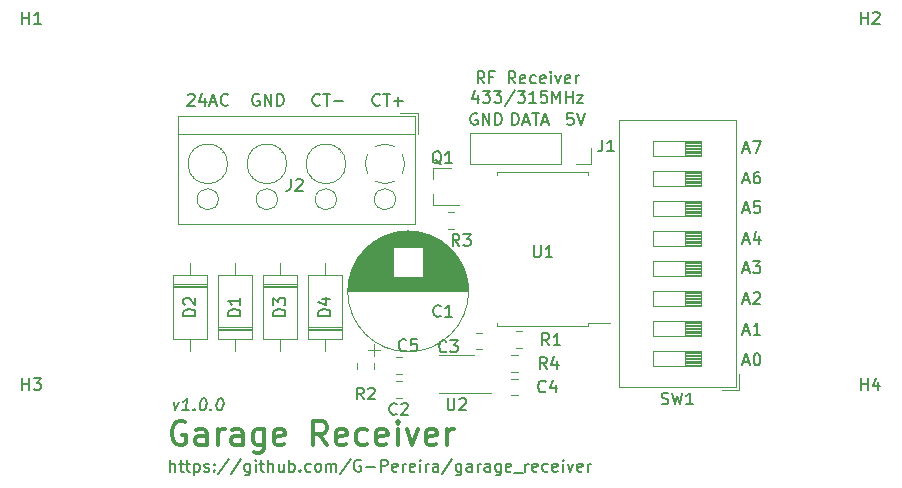
<source format=gbr>
G04 #@! TF.GenerationSoftware,KiCad,Pcbnew,5.1.2*
G04 #@! TF.CreationDate,2019-06-23T16:51:22+01:00*
G04 #@! TF.ProjectId,garage_receiver,67617261-6765-45f7-9265-636569766572,rev?*
G04 #@! TF.SameCoordinates,Original*
G04 #@! TF.FileFunction,Legend,Top*
G04 #@! TF.FilePolarity,Positive*
%FSLAX46Y46*%
G04 Gerber Fmt 4.6, Leading zero omitted, Abs format (unit mm)*
G04 Created by KiCad (PCBNEW 5.1.2) date 2019-06-23 16:51:22*
%MOMM*%
%LPD*%
G04 APERTURE LIST*
%ADD10C,0.150000*%
%ADD11C,0.300000*%
%ADD12C,0.120000*%
G04 APERTURE END LIST*
D10*
X240767714Y-93682666D02*
X241243904Y-93682666D01*
X240672476Y-93968380D02*
X241005809Y-92968380D01*
X241339142Y-93968380D01*
X242101047Y-92968380D02*
X241910571Y-92968380D01*
X241815333Y-93016000D01*
X241767714Y-93063619D01*
X241672476Y-93206476D01*
X241624857Y-93396952D01*
X241624857Y-93777904D01*
X241672476Y-93873142D01*
X241720095Y-93920761D01*
X241815333Y-93968380D01*
X242005809Y-93968380D01*
X242101047Y-93920761D01*
X242148666Y-93873142D01*
X242196285Y-93777904D01*
X242196285Y-93539809D01*
X242148666Y-93444571D01*
X242101047Y-93396952D01*
X242005809Y-93349333D01*
X241815333Y-93349333D01*
X241720095Y-93396952D01*
X241672476Y-93444571D01*
X241624857Y-93539809D01*
X240767714Y-91082666D02*
X241243904Y-91082666D01*
X240672476Y-91368380D02*
X241005809Y-90368380D01*
X241339142Y-91368380D01*
X241577238Y-90368380D02*
X242243904Y-90368380D01*
X241815333Y-91368380D01*
X240767714Y-98782666D02*
X241243904Y-98782666D01*
X240672476Y-99068380D02*
X241005809Y-98068380D01*
X241339142Y-99068380D01*
X242101047Y-98401714D02*
X242101047Y-99068380D01*
X241862952Y-98020761D02*
X241624857Y-98735047D01*
X242243904Y-98735047D01*
X240767714Y-96182666D02*
X241243904Y-96182666D01*
X240672476Y-96468380D02*
X241005809Y-95468380D01*
X241339142Y-96468380D01*
X242148666Y-95468380D02*
X241672476Y-95468380D01*
X241624857Y-95944571D01*
X241672476Y-95896952D01*
X241767714Y-95849333D01*
X242005809Y-95849333D01*
X242101047Y-95896952D01*
X242148666Y-95944571D01*
X242196285Y-96039809D01*
X242196285Y-96277904D01*
X242148666Y-96373142D01*
X242101047Y-96420761D01*
X242005809Y-96468380D01*
X241767714Y-96468380D01*
X241672476Y-96420761D01*
X241624857Y-96373142D01*
X240767714Y-103882666D02*
X241243904Y-103882666D01*
X240672476Y-104168380D02*
X241005809Y-103168380D01*
X241339142Y-104168380D01*
X241624857Y-103263619D02*
X241672476Y-103216000D01*
X241767714Y-103168380D01*
X242005809Y-103168380D01*
X242101047Y-103216000D01*
X242148666Y-103263619D01*
X242196285Y-103358857D01*
X242196285Y-103454095D01*
X242148666Y-103596952D01*
X241577238Y-104168380D01*
X242196285Y-104168380D01*
X240767714Y-101282666D02*
X241243904Y-101282666D01*
X240672476Y-101568380D02*
X241005809Y-100568380D01*
X241339142Y-101568380D01*
X241577238Y-100568380D02*
X242196285Y-100568380D01*
X241862952Y-100949333D01*
X242005809Y-100949333D01*
X242101047Y-100996952D01*
X242148666Y-101044571D01*
X242196285Y-101139809D01*
X242196285Y-101377904D01*
X242148666Y-101473142D01*
X242101047Y-101520761D01*
X242005809Y-101568380D01*
X241720095Y-101568380D01*
X241624857Y-101520761D01*
X241577238Y-101473142D01*
X240767714Y-106482666D02*
X241243904Y-106482666D01*
X240672476Y-106768380D02*
X241005809Y-105768380D01*
X241339142Y-106768380D01*
X242196285Y-106768380D02*
X241624857Y-106768380D01*
X241910571Y-106768380D02*
X241910571Y-105768380D01*
X241815333Y-105911238D01*
X241720095Y-106006476D01*
X241624857Y-106054095D01*
X240767714Y-109082666D02*
X241243904Y-109082666D01*
X240672476Y-109368380D02*
X241005809Y-108368380D01*
X241339142Y-109368380D01*
X241862952Y-108368380D02*
X241958190Y-108368380D01*
X242053428Y-108416000D01*
X242101047Y-108463619D01*
X242148666Y-108558857D01*
X242196285Y-108749333D01*
X242196285Y-108987428D01*
X242148666Y-109177904D01*
X242101047Y-109273142D01*
X242053428Y-109320761D01*
X241958190Y-109368380D01*
X241862952Y-109368380D01*
X241767714Y-109320761D01*
X241720095Y-109273142D01*
X241672476Y-109177904D01*
X241624857Y-108987428D01*
X241624857Y-108749333D01*
X241672476Y-108558857D01*
X241720095Y-108463619D01*
X241767714Y-108416000D01*
X241862952Y-108368380D01*
D11*
X193500809Y-114216000D02*
X193310333Y-114120761D01*
X193024619Y-114120761D01*
X192738904Y-114216000D01*
X192548428Y-114406476D01*
X192453190Y-114596952D01*
X192357952Y-114977904D01*
X192357952Y-115263619D01*
X192453190Y-115644571D01*
X192548428Y-115835047D01*
X192738904Y-116025523D01*
X193024619Y-116120761D01*
X193215095Y-116120761D01*
X193500809Y-116025523D01*
X193596047Y-115930285D01*
X193596047Y-115263619D01*
X193215095Y-115263619D01*
X195310333Y-116120761D02*
X195310333Y-115073142D01*
X195215095Y-114882666D01*
X195024619Y-114787428D01*
X194643666Y-114787428D01*
X194453190Y-114882666D01*
X195310333Y-116025523D02*
X195119857Y-116120761D01*
X194643666Y-116120761D01*
X194453190Y-116025523D01*
X194357952Y-115835047D01*
X194357952Y-115644571D01*
X194453190Y-115454095D01*
X194643666Y-115358857D01*
X195119857Y-115358857D01*
X195310333Y-115263619D01*
X196262714Y-116120761D02*
X196262714Y-114787428D01*
X196262714Y-115168380D02*
X196357952Y-114977904D01*
X196453190Y-114882666D01*
X196643666Y-114787428D01*
X196834142Y-114787428D01*
X198357952Y-116120761D02*
X198357952Y-115073142D01*
X198262714Y-114882666D01*
X198072238Y-114787428D01*
X197691285Y-114787428D01*
X197500809Y-114882666D01*
X198357952Y-116025523D02*
X198167476Y-116120761D01*
X197691285Y-116120761D01*
X197500809Y-116025523D01*
X197405571Y-115835047D01*
X197405571Y-115644571D01*
X197500809Y-115454095D01*
X197691285Y-115358857D01*
X198167476Y-115358857D01*
X198357952Y-115263619D01*
X200167476Y-114787428D02*
X200167476Y-116406476D01*
X200072238Y-116596952D01*
X199977000Y-116692190D01*
X199786523Y-116787428D01*
X199500809Y-116787428D01*
X199310333Y-116692190D01*
X200167476Y-116025523D02*
X199977000Y-116120761D01*
X199596047Y-116120761D01*
X199405571Y-116025523D01*
X199310333Y-115930285D01*
X199215095Y-115739809D01*
X199215095Y-115168380D01*
X199310333Y-114977904D01*
X199405571Y-114882666D01*
X199596047Y-114787428D01*
X199977000Y-114787428D01*
X200167476Y-114882666D01*
X201881761Y-116025523D02*
X201691285Y-116120761D01*
X201310333Y-116120761D01*
X201119857Y-116025523D01*
X201024619Y-115835047D01*
X201024619Y-115073142D01*
X201119857Y-114882666D01*
X201310333Y-114787428D01*
X201691285Y-114787428D01*
X201881761Y-114882666D01*
X201977000Y-115073142D01*
X201977000Y-115263619D01*
X201024619Y-115454095D01*
X205500809Y-116120761D02*
X204834142Y-115168380D01*
X204357952Y-116120761D02*
X204357952Y-114120761D01*
X205119857Y-114120761D01*
X205310333Y-114216000D01*
X205405571Y-114311238D01*
X205500809Y-114501714D01*
X205500809Y-114787428D01*
X205405571Y-114977904D01*
X205310333Y-115073142D01*
X205119857Y-115168380D01*
X204357952Y-115168380D01*
X207119857Y-116025523D02*
X206929380Y-116120761D01*
X206548428Y-116120761D01*
X206357952Y-116025523D01*
X206262714Y-115835047D01*
X206262714Y-115073142D01*
X206357952Y-114882666D01*
X206548428Y-114787428D01*
X206929380Y-114787428D01*
X207119857Y-114882666D01*
X207215095Y-115073142D01*
X207215095Y-115263619D01*
X206262714Y-115454095D01*
X208929380Y-116025523D02*
X208738904Y-116120761D01*
X208357952Y-116120761D01*
X208167476Y-116025523D01*
X208072238Y-115930285D01*
X207977000Y-115739809D01*
X207977000Y-115168380D01*
X208072238Y-114977904D01*
X208167476Y-114882666D01*
X208357952Y-114787428D01*
X208738904Y-114787428D01*
X208929380Y-114882666D01*
X210548428Y-116025523D02*
X210357952Y-116120761D01*
X209977000Y-116120761D01*
X209786523Y-116025523D01*
X209691285Y-115835047D01*
X209691285Y-115073142D01*
X209786523Y-114882666D01*
X209977000Y-114787428D01*
X210357952Y-114787428D01*
X210548428Y-114882666D01*
X210643666Y-115073142D01*
X210643666Y-115263619D01*
X209691285Y-115454095D01*
X211500809Y-116120761D02*
X211500809Y-114787428D01*
X211500809Y-114120761D02*
X211405571Y-114216000D01*
X211500809Y-114311238D01*
X211596047Y-114216000D01*
X211500809Y-114120761D01*
X211500809Y-114311238D01*
X212262714Y-114787428D02*
X212738904Y-116120761D01*
X213215095Y-114787428D01*
X214738904Y-116025523D02*
X214548428Y-116120761D01*
X214167476Y-116120761D01*
X213977000Y-116025523D01*
X213881761Y-115835047D01*
X213881761Y-115073142D01*
X213977000Y-114882666D01*
X214167476Y-114787428D01*
X214548428Y-114787428D01*
X214738904Y-114882666D01*
X214834142Y-115073142D01*
X214834142Y-115263619D01*
X213881761Y-115454095D01*
X215691285Y-116120761D02*
X215691285Y-114787428D01*
X215691285Y-115168380D02*
X215786523Y-114977904D01*
X215881761Y-114882666D01*
X216072238Y-114787428D01*
X216262714Y-114787428D01*
D10*
X192220095Y-118368380D02*
X192220095Y-117368380D01*
X192648666Y-118368380D02*
X192648666Y-117844571D01*
X192601047Y-117749333D01*
X192505809Y-117701714D01*
X192362952Y-117701714D01*
X192267714Y-117749333D01*
X192220095Y-117796952D01*
X192982000Y-117701714D02*
X193362952Y-117701714D01*
X193124857Y-117368380D02*
X193124857Y-118225523D01*
X193172476Y-118320761D01*
X193267714Y-118368380D01*
X193362952Y-118368380D01*
X193553428Y-117701714D02*
X193934380Y-117701714D01*
X193696285Y-117368380D02*
X193696285Y-118225523D01*
X193743904Y-118320761D01*
X193839142Y-118368380D01*
X193934380Y-118368380D01*
X194267714Y-117701714D02*
X194267714Y-118701714D01*
X194267714Y-117749333D02*
X194362952Y-117701714D01*
X194553428Y-117701714D01*
X194648666Y-117749333D01*
X194696285Y-117796952D01*
X194743904Y-117892190D01*
X194743904Y-118177904D01*
X194696285Y-118273142D01*
X194648666Y-118320761D01*
X194553428Y-118368380D01*
X194362952Y-118368380D01*
X194267714Y-118320761D01*
X195124857Y-118320761D02*
X195220095Y-118368380D01*
X195410571Y-118368380D01*
X195505809Y-118320761D01*
X195553428Y-118225523D01*
X195553428Y-118177904D01*
X195505809Y-118082666D01*
X195410571Y-118035047D01*
X195267714Y-118035047D01*
X195172476Y-117987428D01*
X195124857Y-117892190D01*
X195124857Y-117844571D01*
X195172476Y-117749333D01*
X195267714Y-117701714D01*
X195410571Y-117701714D01*
X195505809Y-117749333D01*
X195982000Y-118273142D02*
X196029619Y-118320761D01*
X195982000Y-118368380D01*
X195934380Y-118320761D01*
X195982000Y-118273142D01*
X195982000Y-118368380D01*
X195982000Y-117749333D02*
X196029619Y-117796952D01*
X195982000Y-117844571D01*
X195934380Y-117796952D01*
X195982000Y-117749333D01*
X195982000Y-117844571D01*
X197172476Y-117320761D02*
X196315333Y-118606476D01*
X198220095Y-117320761D02*
X197362952Y-118606476D01*
X198982000Y-117701714D02*
X198982000Y-118511238D01*
X198934380Y-118606476D01*
X198886761Y-118654095D01*
X198791523Y-118701714D01*
X198648666Y-118701714D01*
X198553428Y-118654095D01*
X198982000Y-118320761D02*
X198886761Y-118368380D01*
X198696285Y-118368380D01*
X198601047Y-118320761D01*
X198553428Y-118273142D01*
X198505809Y-118177904D01*
X198505809Y-117892190D01*
X198553428Y-117796952D01*
X198601047Y-117749333D01*
X198696285Y-117701714D01*
X198886761Y-117701714D01*
X198982000Y-117749333D01*
X199458190Y-118368380D02*
X199458190Y-117701714D01*
X199458190Y-117368380D02*
X199410571Y-117416000D01*
X199458190Y-117463619D01*
X199505809Y-117416000D01*
X199458190Y-117368380D01*
X199458190Y-117463619D01*
X199791523Y-117701714D02*
X200172476Y-117701714D01*
X199934380Y-117368380D02*
X199934380Y-118225523D01*
X199982000Y-118320761D01*
X200077238Y-118368380D01*
X200172476Y-118368380D01*
X200505809Y-118368380D02*
X200505809Y-117368380D01*
X200934380Y-118368380D02*
X200934380Y-117844571D01*
X200886761Y-117749333D01*
X200791523Y-117701714D01*
X200648666Y-117701714D01*
X200553428Y-117749333D01*
X200505809Y-117796952D01*
X201839142Y-117701714D02*
X201839142Y-118368380D01*
X201410571Y-117701714D02*
X201410571Y-118225523D01*
X201458190Y-118320761D01*
X201553428Y-118368380D01*
X201696285Y-118368380D01*
X201791523Y-118320761D01*
X201839142Y-118273142D01*
X202315333Y-118368380D02*
X202315333Y-117368380D01*
X202315333Y-117749333D02*
X202410571Y-117701714D01*
X202601047Y-117701714D01*
X202696285Y-117749333D01*
X202743904Y-117796952D01*
X202791523Y-117892190D01*
X202791523Y-118177904D01*
X202743904Y-118273142D01*
X202696285Y-118320761D01*
X202601047Y-118368380D01*
X202410571Y-118368380D01*
X202315333Y-118320761D01*
X203220095Y-118273142D02*
X203267714Y-118320761D01*
X203220095Y-118368380D01*
X203172476Y-118320761D01*
X203220095Y-118273142D01*
X203220095Y-118368380D01*
X204124857Y-118320761D02*
X204029619Y-118368380D01*
X203839142Y-118368380D01*
X203743904Y-118320761D01*
X203696285Y-118273142D01*
X203648666Y-118177904D01*
X203648666Y-117892190D01*
X203696285Y-117796952D01*
X203743904Y-117749333D01*
X203839142Y-117701714D01*
X204029619Y-117701714D01*
X204124857Y-117749333D01*
X204696285Y-118368380D02*
X204601047Y-118320761D01*
X204553428Y-118273142D01*
X204505809Y-118177904D01*
X204505809Y-117892190D01*
X204553428Y-117796952D01*
X204601047Y-117749333D01*
X204696285Y-117701714D01*
X204839142Y-117701714D01*
X204934380Y-117749333D01*
X204982000Y-117796952D01*
X205029619Y-117892190D01*
X205029619Y-118177904D01*
X204982000Y-118273142D01*
X204934380Y-118320761D01*
X204839142Y-118368380D01*
X204696285Y-118368380D01*
X205458190Y-118368380D02*
X205458190Y-117701714D01*
X205458190Y-117796952D02*
X205505809Y-117749333D01*
X205601047Y-117701714D01*
X205743904Y-117701714D01*
X205839142Y-117749333D01*
X205886761Y-117844571D01*
X205886761Y-118368380D01*
X205886761Y-117844571D02*
X205934380Y-117749333D01*
X206029619Y-117701714D01*
X206172476Y-117701714D01*
X206267714Y-117749333D01*
X206315333Y-117844571D01*
X206315333Y-118368380D01*
X207505809Y-117320761D02*
X206648666Y-118606476D01*
X208362952Y-117416000D02*
X208267714Y-117368380D01*
X208124857Y-117368380D01*
X207982000Y-117416000D01*
X207886761Y-117511238D01*
X207839142Y-117606476D01*
X207791523Y-117796952D01*
X207791523Y-117939809D01*
X207839142Y-118130285D01*
X207886761Y-118225523D01*
X207982000Y-118320761D01*
X208124857Y-118368380D01*
X208220095Y-118368380D01*
X208362952Y-118320761D01*
X208410571Y-118273142D01*
X208410571Y-117939809D01*
X208220095Y-117939809D01*
X208839142Y-117987428D02*
X209601047Y-117987428D01*
X210077238Y-118368380D02*
X210077238Y-117368380D01*
X210458190Y-117368380D01*
X210553428Y-117416000D01*
X210601047Y-117463619D01*
X210648666Y-117558857D01*
X210648666Y-117701714D01*
X210601047Y-117796952D01*
X210553428Y-117844571D01*
X210458190Y-117892190D01*
X210077238Y-117892190D01*
X211458190Y-118320761D02*
X211362952Y-118368380D01*
X211172476Y-118368380D01*
X211077238Y-118320761D01*
X211029619Y-118225523D01*
X211029619Y-117844571D01*
X211077238Y-117749333D01*
X211172476Y-117701714D01*
X211362952Y-117701714D01*
X211458190Y-117749333D01*
X211505809Y-117844571D01*
X211505809Y-117939809D01*
X211029619Y-118035047D01*
X211934380Y-118368380D02*
X211934380Y-117701714D01*
X211934380Y-117892190D02*
X211982000Y-117796952D01*
X212029619Y-117749333D01*
X212124857Y-117701714D01*
X212220095Y-117701714D01*
X212934380Y-118320761D02*
X212839142Y-118368380D01*
X212648666Y-118368380D01*
X212553428Y-118320761D01*
X212505809Y-118225523D01*
X212505809Y-117844571D01*
X212553428Y-117749333D01*
X212648666Y-117701714D01*
X212839142Y-117701714D01*
X212934380Y-117749333D01*
X212982000Y-117844571D01*
X212982000Y-117939809D01*
X212505809Y-118035047D01*
X213410571Y-118368380D02*
X213410571Y-117701714D01*
X213410571Y-117368380D02*
X213362952Y-117416000D01*
X213410571Y-117463619D01*
X213458190Y-117416000D01*
X213410571Y-117368380D01*
X213410571Y-117463619D01*
X213886761Y-118368380D02*
X213886761Y-117701714D01*
X213886761Y-117892190D02*
X213934380Y-117796952D01*
X213982000Y-117749333D01*
X214077238Y-117701714D01*
X214172476Y-117701714D01*
X214934380Y-118368380D02*
X214934380Y-117844571D01*
X214886761Y-117749333D01*
X214791523Y-117701714D01*
X214601047Y-117701714D01*
X214505809Y-117749333D01*
X214934380Y-118320761D02*
X214839142Y-118368380D01*
X214601047Y-118368380D01*
X214505809Y-118320761D01*
X214458190Y-118225523D01*
X214458190Y-118130285D01*
X214505809Y-118035047D01*
X214601047Y-117987428D01*
X214839142Y-117987428D01*
X214934380Y-117939809D01*
X216124857Y-117320761D02*
X215267714Y-118606476D01*
X216886761Y-117701714D02*
X216886761Y-118511238D01*
X216839142Y-118606476D01*
X216791523Y-118654095D01*
X216696285Y-118701714D01*
X216553428Y-118701714D01*
X216458190Y-118654095D01*
X216886761Y-118320761D02*
X216791523Y-118368380D01*
X216601047Y-118368380D01*
X216505809Y-118320761D01*
X216458190Y-118273142D01*
X216410571Y-118177904D01*
X216410571Y-117892190D01*
X216458190Y-117796952D01*
X216505809Y-117749333D01*
X216601047Y-117701714D01*
X216791523Y-117701714D01*
X216886761Y-117749333D01*
X217791523Y-118368380D02*
X217791523Y-117844571D01*
X217743904Y-117749333D01*
X217648666Y-117701714D01*
X217458190Y-117701714D01*
X217362952Y-117749333D01*
X217791523Y-118320761D02*
X217696285Y-118368380D01*
X217458190Y-118368380D01*
X217362952Y-118320761D01*
X217315333Y-118225523D01*
X217315333Y-118130285D01*
X217362952Y-118035047D01*
X217458190Y-117987428D01*
X217696285Y-117987428D01*
X217791523Y-117939809D01*
X218267714Y-118368380D02*
X218267714Y-117701714D01*
X218267714Y-117892190D02*
X218315333Y-117796952D01*
X218362952Y-117749333D01*
X218458190Y-117701714D01*
X218553428Y-117701714D01*
X219315333Y-118368380D02*
X219315333Y-117844571D01*
X219267714Y-117749333D01*
X219172476Y-117701714D01*
X218982000Y-117701714D01*
X218886761Y-117749333D01*
X219315333Y-118320761D02*
X219220095Y-118368380D01*
X218982000Y-118368380D01*
X218886761Y-118320761D01*
X218839142Y-118225523D01*
X218839142Y-118130285D01*
X218886761Y-118035047D01*
X218982000Y-117987428D01*
X219220095Y-117987428D01*
X219315333Y-117939809D01*
X220220095Y-117701714D02*
X220220095Y-118511238D01*
X220172476Y-118606476D01*
X220124857Y-118654095D01*
X220029619Y-118701714D01*
X219886761Y-118701714D01*
X219791523Y-118654095D01*
X220220095Y-118320761D02*
X220124857Y-118368380D01*
X219934380Y-118368380D01*
X219839142Y-118320761D01*
X219791523Y-118273142D01*
X219743904Y-118177904D01*
X219743904Y-117892190D01*
X219791523Y-117796952D01*
X219839142Y-117749333D01*
X219934380Y-117701714D01*
X220124857Y-117701714D01*
X220220095Y-117749333D01*
X221077238Y-118320761D02*
X220982000Y-118368380D01*
X220791523Y-118368380D01*
X220696285Y-118320761D01*
X220648666Y-118225523D01*
X220648666Y-117844571D01*
X220696285Y-117749333D01*
X220791523Y-117701714D01*
X220982000Y-117701714D01*
X221077238Y-117749333D01*
X221124857Y-117844571D01*
X221124857Y-117939809D01*
X220648666Y-118035047D01*
X221315333Y-118463619D02*
X222077238Y-118463619D01*
X222315333Y-118368380D02*
X222315333Y-117701714D01*
X222315333Y-117892190D02*
X222362952Y-117796952D01*
X222410571Y-117749333D01*
X222505809Y-117701714D01*
X222601047Y-117701714D01*
X223315333Y-118320761D02*
X223220095Y-118368380D01*
X223029619Y-118368380D01*
X222934380Y-118320761D01*
X222886761Y-118225523D01*
X222886761Y-117844571D01*
X222934380Y-117749333D01*
X223029619Y-117701714D01*
X223220095Y-117701714D01*
X223315333Y-117749333D01*
X223362952Y-117844571D01*
X223362952Y-117939809D01*
X222886761Y-118035047D01*
X224220095Y-118320761D02*
X224124857Y-118368380D01*
X223934380Y-118368380D01*
X223839142Y-118320761D01*
X223791523Y-118273142D01*
X223743904Y-118177904D01*
X223743904Y-117892190D01*
X223791523Y-117796952D01*
X223839142Y-117749333D01*
X223934380Y-117701714D01*
X224124857Y-117701714D01*
X224220095Y-117749333D01*
X225029619Y-118320761D02*
X224934380Y-118368380D01*
X224743904Y-118368380D01*
X224648666Y-118320761D01*
X224601047Y-118225523D01*
X224601047Y-117844571D01*
X224648666Y-117749333D01*
X224743904Y-117701714D01*
X224934380Y-117701714D01*
X225029619Y-117749333D01*
X225077238Y-117844571D01*
X225077238Y-117939809D01*
X224601047Y-118035047D01*
X225505809Y-118368380D02*
X225505809Y-117701714D01*
X225505809Y-117368380D02*
X225458190Y-117416000D01*
X225505809Y-117463619D01*
X225553428Y-117416000D01*
X225505809Y-117368380D01*
X225505809Y-117463619D01*
X225886761Y-117701714D02*
X226124857Y-118368380D01*
X226362952Y-117701714D01*
X227124857Y-118320761D02*
X227029619Y-118368380D01*
X226839142Y-118368380D01*
X226743904Y-118320761D01*
X226696285Y-118225523D01*
X226696285Y-117844571D01*
X226743904Y-117749333D01*
X226839142Y-117701714D01*
X227029619Y-117701714D01*
X227124857Y-117749333D01*
X227172476Y-117844571D01*
X227172476Y-117939809D01*
X226696285Y-118035047D01*
X227601047Y-118368380D02*
X227601047Y-117701714D01*
X227601047Y-117892190D02*
X227648666Y-117796952D01*
X227696285Y-117749333D01*
X227791523Y-117701714D01*
X227886761Y-117701714D01*
X226341523Y-88018380D02*
X225865333Y-88018380D01*
X225817714Y-88494571D01*
X225865333Y-88446952D01*
X225960571Y-88399333D01*
X226198666Y-88399333D01*
X226293904Y-88446952D01*
X226341523Y-88494571D01*
X226389142Y-88589809D01*
X226389142Y-88827904D01*
X226341523Y-88923142D01*
X226293904Y-88970761D01*
X226198666Y-89018380D01*
X225960571Y-89018380D01*
X225865333Y-88970761D01*
X225817714Y-88923142D01*
X226674857Y-88018380D02*
X227008190Y-89018380D01*
X227341523Y-88018380D01*
X221182000Y-89018380D02*
X221182000Y-88018380D01*
X221420095Y-88018380D01*
X221562952Y-88066000D01*
X221658190Y-88161238D01*
X221705809Y-88256476D01*
X221753428Y-88446952D01*
X221753428Y-88589809D01*
X221705809Y-88780285D01*
X221658190Y-88875523D01*
X221562952Y-88970761D01*
X221420095Y-89018380D01*
X221182000Y-89018380D01*
X222134380Y-88732666D02*
X222610571Y-88732666D01*
X222039142Y-89018380D02*
X222372476Y-88018380D01*
X222705809Y-89018380D01*
X222896285Y-88018380D02*
X223467714Y-88018380D01*
X223182000Y-89018380D02*
X223182000Y-88018380D01*
X223753428Y-88732666D02*
X224229619Y-88732666D01*
X223658190Y-89018380D02*
X223991523Y-88018380D01*
X224324857Y-89018380D01*
X218220095Y-88066000D02*
X218124857Y-88018380D01*
X217982000Y-88018380D01*
X217839142Y-88066000D01*
X217743904Y-88161238D01*
X217696285Y-88256476D01*
X217648666Y-88446952D01*
X217648666Y-88589809D01*
X217696285Y-88780285D01*
X217743904Y-88875523D01*
X217839142Y-88970761D01*
X217982000Y-89018380D01*
X218077238Y-89018380D01*
X218220095Y-88970761D01*
X218267714Y-88923142D01*
X218267714Y-88589809D01*
X218077238Y-88589809D01*
X218696285Y-89018380D02*
X218696285Y-88018380D01*
X219267714Y-89018380D01*
X219267714Y-88018380D01*
X219743904Y-89018380D02*
X219743904Y-88018380D01*
X219982000Y-88018380D01*
X220124857Y-88066000D01*
X220220095Y-88161238D01*
X220267714Y-88256476D01*
X220315333Y-88446952D01*
X220315333Y-88589809D01*
X220267714Y-88780285D01*
X220220095Y-88875523D01*
X220124857Y-88970761D01*
X219982000Y-89018380D01*
X219743904Y-89018380D01*
X218839142Y-85493380D02*
X218505809Y-85017190D01*
X218267714Y-85493380D02*
X218267714Y-84493380D01*
X218648666Y-84493380D01*
X218743904Y-84541000D01*
X218791523Y-84588619D01*
X218839142Y-84683857D01*
X218839142Y-84826714D01*
X218791523Y-84921952D01*
X218743904Y-84969571D01*
X218648666Y-85017190D01*
X218267714Y-85017190D01*
X219601047Y-84969571D02*
X219267714Y-84969571D01*
X219267714Y-85493380D02*
X219267714Y-84493380D01*
X219743904Y-84493380D01*
X221458190Y-85493380D02*
X221124857Y-85017190D01*
X220886761Y-85493380D02*
X220886761Y-84493380D01*
X221267714Y-84493380D01*
X221362952Y-84541000D01*
X221410571Y-84588619D01*
X221458190Y-84683857D01*
X221458190Y-84826714D01*
X221410571Y-84921952D01*
X221362952Y-84969571D01*
X221267714Y-85017190D01*
X220886761Y-85017190D01*
X222267714Y-85445761D02*
X222172476Y-85493380D01*
X221982000Y-85493380D01*
X221886761Y-85445761D01*
X221839142Y-85350523D01*
X221839142Y-84969571D01*
X221886761Y-84874333D01*
X221982000Y-84826714D01*
X222172476Y-84826714D01*
X222267714Y-84874333D01*
X222315333Y-84969571D01*
X222315333Y-85064809D01*
X221839142Y-85160047D01*
X223172476Y-85445761D02*
X223077238Y-85493380D01*
X222886761Y-85493380D01*
X222791523Y-85445761D01*
X222743904Y-85398142D01*
X222696285Y-85302904D01*
X222696285Y-85017190D01*
X222743904Y-84921952D01*
X222791523Y-84874333D01*
X222886761Y-84826714D01*
X223077238Y-84826714D01*
X223172476Y-84874333D01*
X223982000Y-85445761D02*
X223886761Y-85493380D01*
X223696285Y-85493380D01*
X223601047Y-85445761D01*
X223553428Y-85350523D01*
X223553428Y-84969571D01*
X223601047Y-84874333D01*
X223696285Y-84826714D01*
X223886761Y-84826714D01*
X223982000Y-84874333D01*
X224029619Y-84969571D01*
X224029619Y-85064809D01*
X223553428Y-85160047D01*
X224458190Y-85493380D02*
X224458190Y-84826714D01*
X224458190Y-84493380D02*
X224410571Y-84541000D01*
X224458190Y-84588619D01*
X224505809Y-84541000D01*
X224458190Y-84493380D01*
X224458190Y-84588619D01*
X224839142Y-84826714D02*
X225077238Y-85493380D01*
X225315333Y-84826714D01*
X226077238Y-85445761D02*
X225982000Y-85493380D01*
X225791523Y-85493380D01*
X225696285Y-85445761D01*
X225648666Y-85350523D01*
X225648666Y-84969571D01*
X225696285Y-84874333D01*
X225791523Y-84826714D01*
X225982000Y-84826714D01*
X226077238Y-84874333D01*
X226124857Y-84969571D01*
X226124857Y-85064809D01*
X225648666Y-85160047D01*
X226553428Y-85493380D02*
X226553428Y-84826714D01*
X226553428Y-85017190D02*
X226601047Y-84921952D01*
X226648666Y-84874333D01*
X226743904Y-84826714D01*
X226839142Y-84826714D01*
X218267714Y-86476714D02*
X218267714Y-87143380D01*
X218029619Y-86095761D02*
X217791523Y-86810047D01*
X218410571Y-86810047D01*
X218696285Y-86143380D02*
X219315333Y-86143380D01*
X218982000Y-86524333D01*
X219124857Y-86524333D01*
X219220095Y-86571952D01*
X219267714Y-86619571D01*
X219315333Y-86714809D01*
X219315333Y-86952904D01*
X219267714Y-87048142D01*
X219220095Y-87095761D01*
X219124857Y-87143380D01*
X218839142Y-87143380D01*
X218743904Y-87095761D01*
X218696285Y-87048142D01*
X219648666Y-86143380D02*
X220267714Y-86143380D01*
X219934380Y-86524333D01*
X220077238Y-86524333D01*
X220172476Y-86571952D01*
X220220095Y-86619571D01*
X220267714Y-86714809D01*
X220267714Y-86952904D01*
X220220095Y-87048142D01*
X220172476Y-87095761D01*
X220077238Y-87143380D01*
X219791523Y-87143380D01*
X219696285Y-87095761D01*
X219648666Y-87048142D01*
X221410571Y-86095761D02*
X220553428Y-87381476D01*
X221648666Y-86143380D02*
X222267714Y-86143380D01*
X221934380Y-86524333D01*
X222077238Y-86524333D01*
X222172476Y-86571952D01*
X222220095Y-86619571D01*
X222267714Y-86714809D01*
X222267714Y-86952904D01*
X222220095Y-87048142D01*
X222172476Y-87095761D01*
X222077238Y-87143380D01*
X221791523Y-87143380D01*
X221696285Y-87095761D01*
X221648666Y-87048142D01*
X223220095Y-87143380D02*
X222648666Y-87143380D01*
X222934380Y-87143380D02*
X222934380Y-86143380D01*
X222839142Y-86286238D01*
X222743904Y-86381476D01*
X222648666Y-86429095D01*
X224124857Y-86143380D02*
X223648666Y-86143380D01*
X223601047Y-86619571D01*
X223648666Y-86571952D01*
X223743904Y-86524333D01*
X223982000Y-86524333D01*
X224077238Y-86571952D01*
X224124857Y-86619571D01*
X224172476Y-86714809D01*
X224172476Y-86952904D01*
X224124857Y-87048142D01*
X224077238Y-87095761D01*
X223982000Y-87143380D01*
X223743904Y-87143380D01*
X223648666Y-87095761D01*
X223601047Y-87048142D01*
X224601047Y-87143380D02*
X224601047Y-86143380D01*
X224934380Y-86857666D01*
X225267714Y-86143380D01*
X225267714Y-87143380D01*
X225743904Y-87143380D02*
X225743904Y-86143380D01*
X225743904Y-86619571D02*
X226315333Y-86619571D01*
X226315333Y-87143380D02*
X226315333Y-86143380D01*
X226696285Y-86476714D02*
X227220095Y-86476714D01*
X226696285Y-87143380D01*
X227220095Y-87143380D01*
X192522491Y-112501714D02*
X192677252Y-113168380D01*
X192998681Y-112501714D01*
X193820110Y-113168380D02*
X193248681Y-113168380D01*
X193534395Y-113168380D02*
X193659395Y-112168380D01*
X193546300Y-112311238D01*
X193439157Y-112406476D01*
X193337967Y-112454095D01*
X194260586Y-113073142D02*
X194302252Y-113120761D01*
X194248681Y-113168380D01*
X194207014Y-113120761D01*
X194260586Y-113073142D01*
X194248681Y-113168380D01*
X195040348Y-112168380D02*
X195135586Y-112168380D01*
X195224872Y-112216000D01*
X195266538Y-112263619D01*
X195302252Y-112358857D01*
X195326062Y-112549333D01*
X195296300Y-112787428D01*
X195224872Y-112977904D01*
X195165348Y-113073142D01*
X195111776Y-113120761D01*
X195010586Y-113168380D01*
X194915348Y-113168380D01*
X194826062Y-113120761D01*
X194784395Y-113073142D01*
X194748681Y-112977904D01*
X194724872Y-112787428D01*
X194754633Y-112549333D01*
X194826062Y-112358857D01*
X194885586Y-112263619D01*
X194939157Y-112216000D01*
X195040348Y-112168380D01*
X195689157Y-113073142D02*
X195730824Y-113120761D01*
X195677252Y-113168380D01*
X195635586Y-113120761D01*
X195689157Y-113073142D01*
X195677252Y-113168380D01*
X196468919Y-112168380D02*
X196564157Y-112168380D01*
X196653443Y-112216000D01*
X196695110Y-112263619D01*
X196730824Y-112358857D01*
X196754633Y-112549333D01*
X196724872Y-112787428D01*
X196653443Y-112977904D01*
X196593919Y-113073142D01*
X196540348Y-113120761D01*
X196439157Y-113168380D01*
X196343919Y-113168380D01*
X196254633Y-113120761D01*
X196212967Y-113073142D01*
X196177252Y-112977904D01*
X196153443Y-112787428D01*
X196183205Y-112549333D01*
X196254633Y-112358857D01*
X196314157Y-112263619D01*
X196367729Y-112216000D01*
X196468919Y-112168380D01*
X209981523Y-87293142D02*
X209933904Y-87340761D01*
X209791047Y-87388380D01*
X209695809Y-87388380D01*
X209552952Y-87340761D01*
X209457714Y-87245523D01*
X209410095Y-87150285D01*
X209362476Y-86959809D01*
X209362476Y-86816952D01*
X209410095Y-86626476D01*
X209457714Y-86531238D01*
X209552952Y-86436000D01*
X209695809Y-86388380D01*
X209791047Y-86388380D01*
X209933904Y-86436000D01*
X209981523Y-86483619D01*
X210267238Y-86388380D02*
X210838666Y-86388380D01*
X210552952Y-87388380D02*
X210552952Y-86388380D01*
X211172000Y-87007428D02*
X211933904Y-87007428D01*
X211552952Y-87388380D02*
X211552952Y-86626476D01*
X204901523Y-87293142D02*
X204853904Y-87340761D01*
X204711047Y-87388380D01*
X204615809Y-87388380D01*
X204472952Y-87340761D01*
X204377714Y-87245523D01*
X204330095Y-87150285D01*
X204282476Y-86959809D01*
X204282476Y-86816952D01*
X204330095Y-86626476D01*
X204377714Y-86531238D01*
X204472952Y-86436000D01*
X204615809Y-86388380D01*
X204711047Y-86388380D01*
X204853904Y-86436000D01*
X204901523Y-86483619D01*
X205187238Y-86388380D02*
X205758666Y-86388380D01*
X205472952Y-87388380D02*
X205472952Y-86388380D01*
X206092000Y-87007428D02*
X206853904Y-87007428D01*
X193741523Y-86483619D02*
X193789142Y-86436000D01*
X193884380Y-86388380D01*
X194122476Y-86388380D01*
X194217714Y-86436000D01*
X194265333Y-86483619D01*
X194312952Y-86578857D01*
X194312952Y-86674095D01*
X194265333Y-86816952D01*
X193693904Y-87388380D01*
X194312952Y-87388380D01*
X195170095Y-86721714D02*
X195170095Y-87388380D01*
X194932000Y-86340761D02*
X194693904Y-87055047D01*
X195312952Y-87055047D01*
X195646285Y-87102666D02*
X196122476Y-87102666D01*
X195551047Y-87388380D02*
X195884380Y-86388380D01*
X196217714Y-87388380D01*
X197122476Y-87293142D02*
X197074857Y-87340761D01*
X196932000Y-87388380D01*
X196836761Y-87388380D01*
X196693904Y-87340761D01*
X196598666Y-87245523D01*
X196551047Y-87150285D01*
X196503428Y-86959809D01*
X196503428Y-86816952D01*
X196551047Y-86626476D01*
X196598666Y-86531238D01*
X196693904Y-86436000D01*
X196836761Y-86388380D01*
X196932000Y-86388380D01*
X197074857Y-86436000D01*
X197122476Y-86483619D01*
X199750095Y-86436000D02*
X199654857Y-86388380D01*
X199512000Y-86388380D01*
X199369142Y-86436000D01*
X199273904Y-86531238D01*
X199226285Y-86626476D01*
X199178666Y-86816952D01*
X199178666Y-86959809D01*
X199226285Y-87150285D01*
X199273904Y-87245523D01*
X199369142Y-87340761D01*
X199512000Y-87388380D01*
X199607238Y-87388380D01*
X199750095Y-87340761D01*
X199797714Y-87293142D01*
X199797714Y-86959809D01*
X199607238Y-86959809D01*
X200226285Y-87388380D02*
X200226285Y-86388380D01*
X200797714Y-87388380D01*
X200797714Y-86388380D01*
X201273904Y-87388380D02*
X201273904Y-86388380D01*
X201512000Y-86388380D01*
X201654857Y-86436000D01*
X201750095Y-86531238D01*
X201797714Y-86626476D01*
X201845333Y-86816952D01*
X201845333Y-86959809D01*
X201797714Y-87150285D01*
X201750095Y-87245523D01*
X201654857Y-87340761D01*
X201512000Y-87388380D01*
X201273904Y-87388380D01*
D12*
X216482000Y-111726000D02*
X219357000Y-111726000D01*
X216482000Y-111726000D02*
X214982000Y-111726000D01*
X216482000Y-108506000D02*
X217982000Y-108506000D01*
X216482000Y-108506000D02*
X214982000Y-108506000D01*
X214522000Y-92636000D02*
X215982000Y-92636000D01*
X214522000Y-95796000D02*
X216682000Y-95796000D01*
X214522000Y-95796000D02*
X214522000Y-94866000D01*
X214522000Y-92636000D02*
X214522000Y-93566000D01*
X213218000Y-88016000D02*
X211718000Y-88016000D01*
X213218000Y-89756000D02*
X213218000Y-88016000D01*
X196598000Y-91340000D02*
X196692000Y-91247000D01*
X194348000Y-93591000D02*
X194407000Y-93532000D01*
X196428000Y-91100000D02*
X196487000Y-91042000D01*
X194143000Y-93385000D02*
X194237000Y-93292000D01*
X201598000Y-91340000D02*
X201692000Y-91247000D01*
X199348000Y-93591000D02*
X199407000Y-93532000D01*
X201428000Y-91100000D02*
X201487000Y-91042000D01*
X199143000Y-93385000D02*
X199237000Y-93292000D01*
X206598000Y-91340000D02*
X206692000Y-91247000D01*
X204348000Y-93591000D02*
X204407000Y-93532000D01*
X206428000Y-91100000D02*
X206487000Y-91042000D01*
X204143000Y-93385000D02*
X204237000Y-93292000D01*
X192857000Y-97376000D02*
X192857000Y-88256000D01*
X212978000Y-97376000D02*
X212978000Y-88256000D01*
X212978000Y-88256000D02*
X192857000Y-88256000D01*
X212978000Y-97376000D02*
X192857000Y-97376000D01*
X212978000Y-89816000D02*
X192857000Y-89816000D01*
X196318000Y-95316000D02*
G75*
G03X196318000Y-95316000I-900000J0D01*
G01*
X197098000Y-92316000D02*
G75*
G03X197098000Y-92316000I-1680000J0D01*
G01*
X201318000Y-95316000D02*
G75*
G03X201318000Y-95316000I-900000J0D01*
G01*
X202098000Y-92316000D02*
G75*
G03X202098000Y-92316000I-1680000J0D01*
G01*
X206318000Y-95316000D02*
G75*
G03X206318000Y-95316000I-900000J0D01*
G01*
X207098000Y-92316000D02*
G75*
G03X207098000Y-92316000I-1680000J0D01*
G01*
X211318000Y-95316000D02*
G75*
G03X211318000Y-95316000I-900000J0D01*
G01*
X210388617Y-90635550D02*
G75*
G02X211207000Y-90832000I29383J-1680450D01*
G01*
X211901953Y-91526912D02*
G75*
G02X211902000Y-93105000I-1483953J-789088D01*
G01*
X211207088Y-93799953D02*
G75*
G02X209629000Y-93800000I-789088J1483953D01*
G01*
X208934047Y-93105088D02*
G75*
G02X208934000Y-91527000I1483953J789088D01*
G01*
X209629288Y-90832648D02*
G75*
G02X210418000Y-90636000I788712J-1483352D01*
G01*
X221123422Y-108506000D02*
X221640578Y-108506000D01*
X221123422Y-109926000D02*
X221640578Y-109926000D01*
X222040578Y-107926000D02*
X221523422Y-107926000D01*
X222040578Y-106506000D02*
X221523422Y-106506000D01*
X211840578Y-108706000D02*
X211323422Y-108706000D01*
X211840578Y-110126000D02*
X211323422Y-110126000D01*
X221123422Y-111926000D02*
X221640578Y-111926000D01*
X221123422Y-110506000D02*
X221640578Y-110506000D01*
X218085922Y-106606000D02*
X218603078Y-106606000D01*
X218085922Y-108026000D02*
X218603078Y-108026000D01*
X211323422Y-112126000D02*
X211840578Y-112126000D01*
X211323422Y-110706000D02*
X211840578Y-110706000D01*
X203868000Y-106394000D02*
X206808000Y-106394000D01*
X203868000Y-106154000D02*
X206808000Y-106154000D01*
X203868000Y-106274000D02*
X206808000Y-106274000D01*
X205338000Y-100714000D02*
X205338000Y-101734000D01*
X205338000Y-108194000D02*
X205338000Y-107174000D01*
X203868000Y-101734000D02*
X203868000Y-107174000D01*
X206808000Y-101734000D02*
X203868000Y-101734000D01*
X206808000Y-107174000D02*
X206808000Y-101734000D01*
X203868000Y-107174000D02*
X206808000Y-107174000D01*
X227642000Y-105791000D02*
X229457000Y-105791000D01*
X227642000Y-106026000D02*
X227642000Y-105791000D01*
X223782000Y-106026000D02*
X227642000Y-106026000D01*
X219922000Y-106026000D02*
X219922000Y-105791000D01*
X223782000Y-106026000D02*
X219922000Y-106026000D01*
X227642000Y-93006000D02*
X227642000Y-93241000D01*
X223782000Y-93006000D02*
X227642000Y-93006000D01*
X219922000Y-93006000D02*
X219922000Y-93241000D01*
X223782000Y-93006000D02*
X219922000Y-93006000D01*
X217502000Y-103116000D02*
G75*
G03X217502000Y-103116000I-5120000J0D01*
G01*
X207302000Y-103116000D02*
X217462000Y-103116000D01*
X207302000Y-103076000D02*
X217462000Y-103076000D01*
X207302000Y-103036000D02*
X217462000Y-103036000D01*
X207303000Y-102996000D02*
X217461000Y-102996000D01*
X207304000Y-102956000D02*
X217460000Y-102956000D01*
X207305000Y-102916000D02*
X217459000Y-102916000D01*
X207307000Y-102876000D02*
X217457000Y-102876000D01*
X207309000Y-102836000D02*
X217455000Y-102836000D01*
X207312000Y-102796000D02*
X217452000Y-102796000D01*
X207314000Y-102756000D02*
X217450000Y-102756000D01*
X207317000Y-102716000D02*
X217447000Y-102716000D01*
X207320000Y-102676000D02*
X217444000Y-102676000D01*
X207324000Y-102636000D02*
X217440000Y-102636000D01*
X207328000Y-102596000D02*
X217436000Y-102596000D01*
X207332000Y-102556000D02*
X217432000Y-102556000D01*
X207337000Y-102516000D02*
X217427000Y-102516000D01*
X207342000Y-102476000D02*
X217422000Y-102476000D01*
X207347000Y-102436000D02*
X217417000Y-102436000D01*
X207352000Y-102395000D02*
X217412000Y-102395000D01*
X207358000Y-102355000D02*
X217406000Y-102355000D01*
X207364000Y-102315000D02*
X217400000Y-102315000D01*
X207371000Y-102275000D02*
X217393000Y-102275000D01*
X207378000Y-102235000D02*
X217386000Y-102235000D01*
X207385000Y-102195000D02*
X217379000Y-102195000D01*
X207392000Y-102155000D02*
X217372000Y-102155000D01*
X207400000Y-102115000D02*
X217364000Y-102115000D01*
X207408000Y-102075000D02*
X217356000Y-102075000D01*
X207417000Y-102035000D02*
X217347000Y-102035000D01*
X207426000Y-101995000D02*
X217338000Y-101995000D01*
X207435000Y-101955000D02*
X217329000Y-101955000D01*
X207444000Y-101915000D02*
X217320000Y-101915000D01*
X207454000Y-101875000D02*
X217310000Y-101875000D01*
X207464000Y-101835000D02*
X211141000Y-101835000D01*
X213623000Y-101835000D02*
X217300000Y-101835000D01*
X207475000Y-101795000D02*
X211141000Y-101795000D01*
X213623000Y-101795000D02*
X217289000Y-101795000D01*
X207485000Y-101755000D02*
X211141000Y-101755000D01*
X213623000Y-101755000D02*
X217279000Y-101755000D01*
X207497000Y-101715000D02*
X211141000Y-101715000D01*
X213623000Y-101715000D02*
X217267000Y-101715000D01*
X207508000Y-101675000D02*
X211141000Y-101675000D01*
X213623000Y-101675000D02*
X217256000Y-101675000D01*
X207520000Y-101635000D02*
X211141000Y-101635000D01*
X213623000Y-101635000D02*
X217244000Y-101635000D01*
X207532000Y-101595000D02*
X211141000Y-101595000D01*
X213623000Y-101595000D02*
X217232000Y-101595000D01*
X207545000Y-101555000D02*
X211141000Y-101555000D01*
X213623000Y-101555000D02*
X217219000Y-101555000D01*
X207558000Y-101515000D02*
X211141000Y-101515000D01*
X213623000Y-101515000D02*
X217206000Y-101515000D01*
X207571000Y-101475000D02*
X211141000Y-101475000D01*
X213623000Y-101475000D02*
X217193000Y-101475000D01*
X207585000Y-101435000D02*
X211141000Y-101435000D01*
X213623000Y-101435000D02*
X217179000Y-101435000D01*
X207599000Y-101395000D02*
X211141000Y-101395000D01*
X213623000Y-101395000D02*
X217165000Y-101395000D01*
X207614000Y-101355000D02*
X211141000Y-101355000D01*
X213623000Y-101355000D02*
X217150000Y-101355000D01*
X207628000Y-101315000D02*
X211141000Y-101315000D01*
X213623000Y-101315000D02*
X217136000Y-101315000D01*
X207644000Y-101275000D02*
X211141000Y-101275000D01*
X213623000Y-101275000D02*
X217120000Y-101275000D01*
X207659000Y-101235000D02*
X211141000Y-101235000D01*
X213623000Y-101235000D02*
X217105000Y-101235000D01*
X207675000Y-101195000D02*
X211141000Y-101195000D01*
X213623000Y-101195000D02*
X217089000Y-101195000D01*
X207692000Y-101155000D02*
X211141000Y-101155000D01*
X213623000Y-101155000D02*
X217072000Y-101155000D01*
X207708000Y-101115000D02*
X211141000Y-101115000D01*
X213623000Y-101115000D02*
X217056000Y-101115000D01*
X207725000Y-101075000D02*
X211141000Y-101075000D01*
X213623000Y-101075000D02*
X217039000Y-101075000D01*
X207743000Y-101035000D02*
X211141000Y-101035000D01*
X213623000Y-101035000D02*
X217021000Y-101035000D01*
X207761000Y-100995000D02*
X211141000Y-100995000D01*
X213623000Y-100995000D02*
X217003000Y-100995000D01*
X207779000Y-100955000D02*
X211141000Y-100955000D01*
X213623000Y-100955000D02*
X216985000Y-100955000D01*
X207798000Y-100915000D02*
X211141000Y-100915000D01*
X213623000Y-100915000D02*
X216966000Y-100915000D01*
X207818000Y-100875000D02*
X211141000Y-100875000D01*
X213623000Y-100875000D02*
X216946000Y-100875000D01*
X207837000Y-100835000D02*
X211141000Y-100835000D01*
X213623000Y-100835000D02*
X216927000Y-100835000D01*
X207857000Y-100795000D02*
X211141000Y-100795000D01*
X213623000Y-100795000D02*
X216907000Y-100795000D01*
X207878000Y-100755000D02*
X211141000Y-100755000D01*
X213623000Y-100755000D02*
X216886000Y-100755000D01*
X207899000Y-100715000D02*
X211141000Y-100715000D01*
X213623000Y-100715000D02*
X216865000Y-100715000D01*
X207920000Y-100675000D02*
X211141000Y-100675000D01*
X213623000Y-100675000D02*
X216844000Y-100675000D01*
X207942000Y-100635000D02*
X211141000Y-100635000D01*
X213623000Y-100635000D02*
X216822000Y-100635000D01*
X207965000Y-100595000D02*
X211141000Y-100595000D01*
X213623000Y-100595000D02*
X216799000Y-100595000D01*
X207987000Y-100555000D02*
X211141000Y-100555000D01*
X213623000Y-100555000D02*
X216777000Y-100555000D01*
X208011000Y-100515000D02*
X211141000Y-100515000D01*
X213623000Y-100515000D02*
X216753000Y-100515000D01*
X208035000Y-100475000D02*
X211141000Y-100475000D01*
X213623000Y-100475000D02*
X216729000Y-100475000D01*
X208059000Y-100435000D02*
X211141000Y-100435000D01*
X213623000Y-100435000D02*
X216705000Y-100435000D01*
X208084000Y-100395000D02*
X211141000Y-100395000D01*
X213623000Y-100395000D02*
X216680000Y-100395000D01*
X208109000Y-100355000D02*
X211141000Y-100355000D01*
X213623000Y-100355000D02*
X216655000Y-100355000D01*
X208135000Y-100315000D02*
X211141000Y-100315000D01*
X213623000Y-100315000D02*
X216629000Y-100315000D01*
X208161000Y-100275000D02*
X211141000Y-100275000D01*
X213623000Y-100275000D02*
X216603000Y-100275000D01*
X208188000Y-100235000D02*
X211141000Y-100235000D01*
X213623000Y-100235000D02*
X216576000Y-100235000D01*
X208216000Y-100195000D02*
X211141000Y-100195000D01*
X213623000Y-100195000D02*
X216548000Y-100195000D01*
X208244000Y-100155000D02*
X211141000Y-100155000D01*
X213623000Y-100155000D02*
X216520000Y-100155000D01*
X208272000Y-100115000D02*
X211141000Y-100115000D01*
X213623000Y-100115000D02*
X216492000Y-100115000D01*
X208302000Y-100075000D02*
X211141000Y-100075000D01*
X213623000Y-100075000D02*
X216462000Y-100075000D01*
X208332000Y-100035000D02*
X211141000Y-100035000D01*
X213623000Y-100035000D02*
X216432000Y-100035000D01*
X208362000Y-99995000D02*
X211141000Y-99995000D01*
X213623000Y-99995000D02*
X216402000Y-99995000D01*
X208393000Y-99955000D02*
X211141000Y-99955000D01*
X213623000Y-99955000D02*
X216371000Y-99955000D01*
X208425000Y-99915000D02*
X211141000Y-99915000D01*
X213623000Y-99915000D02*
X216339000Y-99915000D01*
X208457000Y-99875000D02*
X211141000Y-99875000D01*
X213623000Y-99875000D02*
X216307000Y-99875000D01*
X208490000Y-99835000D02*
X211141000Y-99835000D01*
X213623000Y-99835000D02*
X216274000Y-99835000D01*
X208524000Y-99795000D02*
X211141000Y-99795000D01*
X213623000Y-99795000D02*
X216240000Y-99795000D01*
X208558000Y-99755000D02*
X211141000Y-99755000D01*
X213623000Y-99755000D02*
X216206000Y-99755000D01*
X208593000Y-99715000D02*
X211141000Y-99715000D01*
X213623000Y-99715000D02*
X216171000Y-99715000D01*
X208629000Y-99675000D02*
X211141000Y-99675000D01*
X213623000Y-99675000D02*
X216135000Y-99675000D01*
X208666000Y-99635000D02*
X211141000Y-99635000D01*
X213623000Y-99635000D02*
X216098000Y-99635000D01*
X208703000Y-99595000D02*
X211141000Y-99595000D01*
X213623000Y-99595000D02*
X216061000Y-99595000D01*
X208742000Y-99555000D02*
X211141000Y-99555000D01*
X213623000Y-99555000D02*
X216022000Y-99555000D01*
X208781000Y-99515000D02*
X211141000Y-99515000D01*
X213623000Y-99515000D02*
X215983000Y-99515000D01*
X208821000Y-99475000D02*
X211141000Y-99475000D01*
X213623000Y-99475000D02*
X215943000Y-99475000D01*
X208862000Y-99435000D02*
X211141000Y-99435000D01*
X213623000Y-99435000D02*
X215902000Y-99435000D01*
X208904000Y-99395000D02*
X211141000Y-99395000D01*
X213623000Y-99395000D02*
X215860000Y-99395000D01*
X208946000Y-99355000D02*
X215818000Y-99355000D01*
X208990000Y-99315000D02*
X215774000Y-99315000D01*
X209035000Y-99275000D02*
X215729000Y-99275000D01*
X209081000Y-99235000D02*
X215683000Y-99235000D01*
X209128000Y-99195000D02*
X215636000Y-99195000D01*
X209176000Y-99155000D02*
X215588000Y-99155000D01*
X209226000Y-99115000D02*
X215538000Y-99115000D01*
X209276000Y-99075000D02*
X215488000Y-99075000D01*
X209328000Y-99035000D02*
X215436000Y-99035000D01*
X209382000Y-98995000D02*
X215382000Y-98995000D01*
X209437000Y-98955000D02*
X215327000Y-98955000D01*
X209493000Y-98915000D02*
X215271000Y-98915000D01*
X209552000Y-98875000D02*
X215212000Y-98875000D01*
X209612000Y-98835000D02*
X215152000Y-98835000D01*
X209673000Y-98795000D02*
X215091000Y-98795000D01*
X209737000Y-98755000D02*
X215027000Y-98755000D01*
X209803000Y-98715000D02*
X214961000Y-98715000D01*
X209872000Y-98675000D02*
X214892000Y-98675000D01*
X209943000Y-98635000D02*
X214821000Y-98635000D01*
X210017000Y-98595000D02*
X214747000Y-98595000D01*
X210093000Y-98555000D02*
X214671000Y-98555000D01*
X210173000Y-98515000D02*
X214591000Y-98515000D01*
X210257000Y-98475000D02*
X214507000Y-98475000D01*
X210345000Y-98435000D02*
X214419000Y-98435000D01*
X210438000Y-98395000D02*
X214326000Y-98395000D01*
X210536000Y-98355000D02*
X214228000Y-98355000D01*
X210640000Y-98315000D02*
X214124000Y-98315000D01*
X210752000Y-98275000D02*
X214012000Y-98275000D01*
X210872000Y-98235000D02*
X213892000Y-98235000D01*
X211004000Y-98195000D02*
X213760000Y-98195000D01*
X211152000Y-98155000D02*
X213612000Y-98155000D01*
X211320000Y-98115000D02*
X213444000Y-98115000D01*
X211520000Y-98075000D02*
X213244000Y-98075000D01*
X211783000Y-98035000D02*
X212981000Y-98035000D01*
X209507000Y-108595646D02*
X209507000Y-107595646D01*
X209007000Y-108095646D02*
X210007000Y-108095646D01*
X225292000Y-89686000D02*
X225292000Y-92346000D01*
X225292000Y-89686000D02*
X217612000Y-89686000D01*
X217612000Y-89686000D02*
X217612000Y-92346000D01*
X225292000Y-92346000D02*
X217612000Y-92346000D01*
X227892000Y-92346000D02*
X226562000Y-92346000D01*
X227892000Y-91016000D02*
X227892000Y-92346000D01*
X202998000Y-102514000D02*
X200058000Y-102514000D01*
X202998000Y-102754000D02*
X200058000Y-102754000D01*
X202998000Y-102634000D02*
X200058000Y-102634000D01*
X201528000Y-108194000D02*
X201528000Y-107174000D01*
X201528000Y-100714000D02*
X201528000Y-101734000D01*
X202998000Y-107174000D02*
X202998000Y-101734000D01*
X200058000Y-107174000D02*
X202998000Y-107174000D01*
X200058000Y-101734000D02*
X200058000Y-107174000D01*
X202998000Y-101734000D02*
X200058000Y-101734000D01*
X208072000Y-109157422D02*
X208072000Y-109674578D01*
X209492000Y-109157422D02*
X209492000Y-109674578D01*
X240122000Y-111236000D02*
X230222000Y-111236000D01*
X240122000Y-88615000D02*
X230222000Y-88615000D01*
X240122000Y-111236000D02*
X240122000Y-88615000D01*
X230222000Y-111236000D02*
X230222000Y-88615000D01*
X240362000Y-111476000D02*
X238978000Y-111476000D01*
X240362000Y-111476000D02*
X240362000Y-110093000D01*
X237202000Y-109451000D02*
X237202000Y-108181000D01*
X237202000Y-108181000D02*
X233142000Y-108181000D01*
X233142000Y-108181000D02*
X233142000Y-109451000D01*
X233142000Y-109451000D02*
X237202000Y-109451000D01*
X237202000Y-109331000D02*
X235848667Y-109331000D01*
X237202000Y-109211000D02*
X235848667Y-109211000D01*
X237202000Y-109091000D02*
X235848667Y-109091000D01*
X237202000Y-108971000D02*
X235848667Y-108971000D01*
X237202000Y-108851000D02*
X235848667Y-108851000D01*
X237202000Y-108731000D02*
X235848667Y-108731000D01*
X237202000Y-108611000D02*
X235848667Y-108611000D01*
X237202000Y-108491000D02*
X235848667Y-108491000D01*
X237202000Y-108371000D02*
X235848667Y-108371000D01*
X237202000Y-108251000D02*
X235848667Y-108251000D01*
X235848667Y-109451000D02*
X235848667Y-108181000D01*
X237202000Y-106911000D02*
X237202000Y-105641000D01*
X237202000Y-105641000D02*
X233142000Y-105641000D01*
X233142000Y-105641000D02*
X233142000Y-106911000D01*
X233142000Y-106911000D02*
X237202000Y-106911000D01*
X237202000Y-106791000D02*
X235848667Y-106791000D01*
X237202000Y-106671000D02*
X235848667Y-106671000D01*
X237202000Y-106551000D02*
X235848667Y-106551000D01*
X237202000Y-106431000D02*
X235848667Y-106431000D01*
X237202000Y-106311000D02*
X235848667Y-106311000D01*
X237202000Y-106191000D02*
X235848667Y-106191000D01*
X237202000Y-106071000D02*
X235848667Y-106071000D01*
X237202000Y-105951000D02*
X235848667Y-105951000D01*
X237202000Y-105831000D02*
X235848667Y-105831000D01*
X237202000Y-105711000D02*
X235848667Y-105711000D01*
X235848667Y-106911000D02*
X235848667Y-105641000D01*
X237202000Y-104371000D02*
X237202000Y-103101000D01*
X237202000Y-103101000D02*
X233142000Y-103101000D01*
X233142000Y-103101000D02*
X233142000Y-104371000D01*
X233142000Y-104371000D02*
X237202000Y-104371000D01*
X237202000Y-104251000D02*
X235848667Y-104251000D01*
X237202000Y-104131000D02*
X235848667Y-104131000D01*
X237202000Y-104011000D02*
X235848667Y-104011000D01*
X237202000Y-103891000D02*
X235848667Y-103891000D01*
X237202000Y-103771000D02*
X235848667Y-103771000D01*
X237202000Y-103651000D02*
X235848667Y-103651000D01*
X237202000Y-103531000D02*
X235848667Y-103531000D01*
X237202000Y-103411000D02*
X235848667Y-103411000D01*
X237202000Y-103291000D02*
X235848667Y-103291000D01*
X237202000Y-103171000D02*
X235848667Y-103171000D01*
X235848667Y-104371000D02*
X235848667Y-103101000D01*
X237202000Y-101831000D02*
X237202000Y-100561000D01*
X237202000Y-100561000D02*
X233142000Y-100561000D01*
X233142000Y-100561000D02*
X233142000Y-101831000D01*
X233142000Y-101831000D02*
X237202000Y-101831000D01*
X237202000Y-101711000D02*
X235848667Y-101711000D01*
X237202000Y-101591000D02*
X235848667Y-101591000D01*
X237202000Y-101471000D02*
X235848667Y-101471000D01*
X237202000Y-101351000D02*
X235848667Y-101351000D01*
X237202000Y-101231000D02*
X235848667Y-101231000D01*
X237202000Y-101111000D02*
X235848667Y-101111000D01*
X237202000Y-100991000D02*
X235848667Y-100991000D01*
X237202000Y-100871000D02*
X235848667Y-100871000D01*
X237202000Y-100751000D02*
X235848667Y-100751000D01*
X237202000Y-100631000D02*
X235848667Y-100631000D01*
X235848667Y-101831000D02*
X235848667Y-100561000D01*
X237202000Y-99291000D02*
X237202000Y-98021000D01*
X237202000Y-98021000D02*
X233142000Y-98021000D01*
X233142000Y-98021000D02*
X233142000Y-99291000D01*
X233142000Y-99291000D02*
X237202000Y-99291000D01*
X237202000Y-99171000D02*
X235848667Y-99171000D01*
X237202000Y-99051000D02*
X235848667Y-99051000D01*
X237202000Y-98931000D02*
X235848667Y-98931000D01*
X237202000Y-98811000D02*
X235848667Y-98811000D01*
X237202000Y-98691000D02*
X235848667Y-98691000D01*
X237202000Y-98571000D02*
X235848667Y-98571000D01*
X237202000Y-98451000D02*
X235848667Y-98451000D01*
X237202000Y-98331000D02*
X235848667Y-98331000D01*
X237202000Y-98211000D02*
X235848667Y-98211000D01*
X237202000Y-98091000D02*
X235848667Y-98091000D01*
X235848667Y-99291000D02*
X235848667Y-98021000D01*
X237202000Y-96751000D02*
X237202000Y-95481000D01*
X237202000Y-95481000D02*
X233142000Y-95481000D01*
X233142000Y-95481000D02*
X233142000Y-96751000D01*
X233142000Y-96751000D02*
X237202000Y-96751000D01*
X237202000Y-96631000D02*
X235848667Y-96631000D01*
X237202000Y-96511000D02*
X235848667Y-96511000D01*
X237202000Y-96391000D02*
X235848667Y-96391000D01*
X237202000Y-96271000D02*
X235848667Y-96271000D01*
X237202000Y-96151000D02*
X235848667Y-96151000D01*
X237202000Y-96031000D02*
X235848667Y-96031000D01*
X237202000Y-95911000D02*
X235848667Y-95911000D01*
X237202000Y-95791000D02*
X235848667Y-95791000D01*
X237202000Y-95671000D02*
X235848667Y-95671000D01*
X237202000Y-95551000D02*
X235848667Y-95551000D01*
X235848667Y-96751000D02*
X235848667Y-95481000D01*
X237202000Y-94211000D02*
X237202000Y-92941000D01*
X237202000Y-92941000D02*
X233142000Y-92941000D01*
X233142000Y-92941000D02*
X233142000Y-94211000D01*
X233142000Y-94211000D02*
X237202000Y-94211000D01*
X237202000Y-94091000D02*
X235848667Y-94091000D01*
X237202000Y-93971000D02*
X235848667Y-93971000D01*
X237202000Y-93851000D02*
X235848667Y-93851000D01*
X237202000Y-93731000D02*
X235848667Y-93731000D01*
X237202000Y-93611000D02*
X235848667Y-93611000D01*
X237202000Y-93491000D02*
X235848667Y-93491000D01*
X237202000Y-93371000D02*
X235848667Y-93371000D01*
X237202000Y-93251000D02*
X235848667Y-93251000D01*
X237202000Y-93131000D02*
X235848667Y-93131000D01*
X237202000Y-93011000D02*
X235848667Y-93011000D01*
X235848667Y-94211000D02*
X235848667Y-92941000D01*
X237202000Y-91671000D02*
X237202000Y-90401000D01*
X237202000Y-90401000D02*
X233142000Y-90401000D01*
X233142000Y-90401000D02*
X233142000Y-91671000D01*
X233142000Y-91671000D02*
X237202000Y-91671000D01*
X237202000Y-91551000D02*
X235848667Y-91551000D01*
X237202000Y-91431000D02*
X235848667Y-91431000D01*
X237202000Y-91311000D02*
X235848667Y-91311000D01*
X237202000Y-91191000D02*
X235848667Y-91191000D01*
X237202000Y-91071000D02*
X235848667Y-91071000D01*
X237202000Y-90951000D02*
X235848667Y-90951000D01*
X237202000Y-90831000D02*
X235848667Y-90831000D01*
X237202000Y-90711000D02*
X235848667Y-90711000D01*
X237202000Y-90591000D02*
X235848667Y-90591000D01*
X237202000Y-90471000D02*
X235848667Y-90471000D01*
X235848667Y-91671000D02*
X235848667Y-90401000D01*
X195378000Y-102514000D02*
X192438000Y-102514000D01*
X195378000Y-102754000D02*
X192438000Y-102754000D01*
X195378000Y-102634000D02*
X192438000Y-102634000D01*
X193908000Y-108194000D02*
X193908000Y-107174000D01*
X193908000Y-100714000D02*
X193908000Y-101734000D01*
X195378000Y-107174000D02*
X195378000Y-101734000D01*
X192438000Y-107174000D02*
X195378000Y-107174000D01*
X192438000Y-101734000D02*
X192438000Y-107174000D01*
X195378000Y-101734000D02*
X192438000Y-101734000D01*
X196248000Y-106394000D02*
X199188000Y-106394000D01*
X196248000Y-106154000D02*
X199188000Y-106154000D01*
X196248000Y-106274000D02*
X199188000Y-106274000D01*
X197718000Y-100714000D02*
X197718000Y-101734000D01*
X197718000Y-108194000D02*
X197718000Y-107174000D01*
X196248000Y-101734000D02*
X196248000Y-107174000D01*
X199188000Y-101734000D02*
X196248000Y-101734000D01*
X199188000Y-107174000D02*
X199188000Y-101734000D01*
X196248000Y-107174000D02*
X199188000Y-107174000D01*
X215723422Y-97826000D02*
X216240578Y-97826000D01*
X215723422Y-96406000D02*
X216240578Y-96406000D01*
D10*
X215720095Y-112168380D02*
X215720095Y-112977904D01*
X215767714Y-113073142D01*
X215815333Y-113120761D01*
X215910571Y-113168380D01*
X216101047Y-113168380D01*
X216196285Y-113120761D01*
X216243904Y-113073142D01*
X216291523Y-112977904D01*
X216291523Y-112168380D01*
X216720095Y-112263619D02*
X216767714Y-112216000D01*
X216862952Y-112168380D01*
X217101047Y-112168380D01*
X217196285Y-112216000D01*
X217243904Y-112263619D01*
X217291523Y-112358857D01*
X217291523Y-112454095D01*
X217243904Y-112596952D01*
X216672476Y-113168380D01*
X217291523Y-113168380D01*
X215186761Y-92363619D02*
X215091523Y-92316000D01*
X214996285Y-92220761D01*
X214853428Y-92077904D01*
X214758190Y-92030285D01*
X214662952Y-92030285D01*
X214710571Y-92268380D02*
X214615333Y-92220761D01*
X214520095Y-92125523D01*
X214472476Y-91935047D01*
X214472476Y-91601714D01*
X214520095Y-91411238D01*
X214615333Y-91316000D01*
X214710571Y-91268380D01*
X214901047Y-91268380D01*
X214996285Y-91316000D01*
X215091523Y-91411238D01*
X215139142Y-91601714D01*
X215139142Y-91935047D01*
X215091523Y-92125523D01*
X214996285Y-92220761D01*
X214901047Y-92268380D01*
X214710571Y-92268380D01*
X216091523Y-92268380D02*
X215520095Y-92268380D01*
X215805809Y-92268380D02*
X215805809Y-91268380D01*
X215710571Y-91411238D01*
X215615333Y-91506476D01*
X215520095Y-91554095D01*
X250720095Y-111468380D02*
X250720095Y-110468380D01*
X250720095Y-110944571D02*
X251291523Y-110944571D01*
X251291523Y-111468380D02*
X251291523Y-110468380D01*
X252196285Y-110801714D02*
X252196285Y-111468380D01*
X251958190Y-110420761D02*
X251720095Y-111135047D01*
X252339142Y-111135047D01*
X179720095Y-111468380D02*
X179720095Y-110468380D01*
X179720095Y-110944571D02*
X180291523Y-110944571D01*
X180291523Y-111468380D02*
X180291523Y-110468380D01*
X180672476Y-110468380D02*
X181291523Y-110468380D01*
X180958190Y-110849333D01*
X181101047Y-110849333D01*
X181196285Y-110896952D01*
X181243904Y-110944571D01*
X181291523Y-111039809D01*
X181291523Y-111277904D01*
X181243904Y-111373142D01*
X181196285Y-111420761D01*
X181101047Y-111468380D01*
X180815333Y-111468380D01*
X180720095Y-111420761D01*
X180672476Y-111373142D01*
X250720095Y-80468380D02*
X250720095Y-79468380D01*
X250720095Y-79944571D02*
X251291523Y-79944571D01*
X251291523Y-80468380D02*
X251291523Y-79468380D01*
X251720095Y-79563619D02*
X251767714Y-79516000D01*
X251862952Y-79468380D01*
X252101047Y-79468380D01*
X252196285Y-79516000D01*
X252243904Y-79563619D01*
X252291523Y-79658857D01*
X252291523Y-79754095D01*
X252243904Y-79896952D01*
X251672476Y-80468380D01*
X252291523Y-80468380D01*
X179720095Y-80468380D02*
X179720095Y-79468380D01*
X179720095Y-79944571D02*
X180291523Y-79944571D01*
X180291523Y-80468380D02*
X180291523Y-79468380D01*
X181291523Y-80468380D02*
X180720095Y-80468380D01*
X181005809Y-80468380D02*
X181005809Y-79468380D01*
X180910571Y-79611238D01*
X180815333Y-79706476D01*
X180720095Y-79754095D01*
X202448666Y-93595380D02*
X202448666Y-94309666D01*
X202401047Y-94452523D01*
X202305809Y-94547761D01*
X202162952Y-94595380D01*
X202067714Y-94595380D01*
X202877238Y-93690619D02*
X202924857Y-93643000D01*
X203020095Y-93595380D01*
X203258190Y-93595380D01*
X203353428Y-93643000D01*
X203401047Y-93690619D01*
X203448666Y-93785857D01*
X203448666Y-93881095D01*
X203401047Y-94023952D01*
X202829619Y-94595380D01*
X203448666Y-94595380D01*
X224115333Y-109668380D02*
X223782000Y-109192190D01*
X223543904Y-109668380D02*
X223543904Y-108668380D01*
X223924857Y-108668380D01*
X224020095Y-108716000D01*
X224067714Y-108763619D01*
X224115333Y-108858857D01*
X224115333Y-109001714D01*
X224067714Y-109096952D01*
X224020095Y-109144571D01*
X223924857Y-109192190D01*
X223543904Y-109192190D01*
X224972476Y-109001714D02*
X224972476Y-109668380D01*
X224734380Y-108620761D02*
X224496285Y-109335047D01*
X225115333Y-109335047D01*
X224315333Y-107668380D02*
X223982000Y-107192190D01*
X223743904Y-107668380D02*
X223743904Y-106668380D01*
X224124857Y-106668380D01*
X224220095Y-106716000D01*
X224267714Y-106763619D01*
X224315333Y-106858857D01*
X224315333Y-107001714D01*
X224267714Y-107096952D01*
X224220095Y-107144571D01*
X224124857Y-107192190D01*
X223743904Y-107192190D01*
X225267714Y-107668380D02*
X224696285Y-107668380D01*
X224982000Y-107668380D02*
X224982000Y-106668380D01*
X224886761Y-106811238D01*
X224791523Y-106906476D01*
X224696285Y-106954095D01*
X212215333Y-108073142D02*
X212167714Y-108120761D01*
X212024857Y-108168380D01*
X211929619Y-108168380D01*
X211786761Y-108120761D01*
X211691523Y-108025523D01*
X211643904Y-107930285D01*
X211596285Y-107739809D01*
X211596285Y-107596952D01*
X211643904Y-107406476D01*
X211691523Y-107311238D01*
X211786761Y-107216000D01*
X211929619Y-107168380D01*
X212024857Y-107168380D01*
X212167714Y-107216000D01*
X212215333Y-107263619D01*
X213120095Y-107168380D02*
X212643904Y-107168380D01*
X212596285Y-107644571D01*
X212643904Y-107596952D01*
X212739142Y-107549333D01*
X212977238Y-107549333D01*
X213072476Y-107596952D01*
X213120095Y-107644571D01*
X213167714Y-107739809D01*
X213167714Y-107977904D01*
X213120095Y-108073142D01*
X213072476Y-108120761D01*
X212977238Y-108168380D01*
X212739142Y-108168380D01*
X212643904Y-108120761D01*
X212596285Y-108073142D01*
X224015333Y-111573142D02*
X223967714Y-111620761D01*
X223824857Y-111668380D01*
X223729619Y-111668380D01*
X223586761Y-111620761D01*
X223491523Y-111525523D01*
X223443904Y-111430285D01*
X223396285Y-111239809D01*
X223396285Y-111096952D01*
X223443904Y-110906476D01*
X223491523Y-110811238D01*
X223586761Y-110716000D01*
X223729619Y-110668380D01*
X223824857Y-110668380D01*
X223967714Y-110716000D01*
X224015333Y-110763619D01*
X224872476Y-111001714D02*
X224872476Y-111668380D01*
X224634380Y-110620761D02*
X224396285Y-111335047D01*
X225015333Y-111335047D01*
X215615333Y-108173142D02*
X215567714Y-108220761D01*
X215424857Y-108268380D01*
X215329619Y-108268380D01*
X215186761Y-108220761D01*
X215091523Y-108125523D01*
X215043904Y-108030285D01*
X214996285Y-107839809D01*
X214996285Y-107696952D01*
X215043904Y-107506476D01*
X215091523Y-107411238D01*
X215186761Y-107316000D01*
X215329619Y-107268380D01*
X215424857Y-107268380D01*
X215567714Y-107316000D01*
X215615333Y-107363619D01*
X215948666Y-107268380D02*
X216567714Y-107268380D01*
X216234380Y-107649333D01*
X216377238Y-107649333D01*
X216472476Y-107696952D01*
X216520095Y-107744571D01*
X216567714Y-107839809D01*
X216567714Y-108077904D01*
X216520095Y-108173142D01*
X216472476Y-108220761D01*
X216377238Y-108268380D01*
X216091523Y-108268380D01*
X215996285Y-108220761D01*
X215948666Y-108173142D01*
X211415333Y-113473142D02*
X211367714Y-113520761D01*
X211224857Y-113568380D01*
X211129619Y-113568380D01*
X210986761Y-113520761D01*
X210891523Y-113425523D01*
X210843904Y-113330285D01*
X210796285Y-113139809D01*
X210796285Y-112996952D01*
X210843904Y-112806476D01*
X210891523Y-112711238D01*
X210986761Y-112616000D01*
X211129619Y-112568380D01*
X211224857Y-112568380D01*
X211367714Y-112616000D01*
X211415333Y-112663619D01*
X211796285Y-112663619D02*
X211843904Y-112616000D01*
X211939142Y-112568380D01*
X212177238Y-112568380D01*
X212272476Y-112616000D01*
X212320095Y-112663619D01*
X212367714Y-112758857D01*
X212367714Y-112854095D01*
X212320095Y-112996952D01*
X211748666Y-113568380D01*
X212367714Y-113568380D01*
X205790380Y-105192095D02*
X204790380Y-105192095D01*
X204790380Y-104954000D01*
X204838000Y-104811142D01*
X204933238Y-104715904D01*
X205028476Y-104668285D01*
X205218952Y-104620666D01*
X205361809Y-104620666D01*
X205552285Y-104668285D01*
X205647523Y-104715904D01*
X205742761Y-104811142D01*
X205790380Y-104954000D01*
X205790380Y-105192095D01*
X205123714Y-103763523D02*
X205790380Y-103763523D01*
X204742761Y-104001619D02*
X205457047Y-104239714D01*
X205457047Y-103620666D01*
X223020095Y-99222380D02*
X223020095Y-100031904D01*
X223067714Y-100127142D01*
X223115333Y-100174761D01*
X223210571Y-100222380D01*
X223401047Y-100222380D01*
X223496285Y-100174761D01*
X223543904Y-100127142D01*
X223591523Y-100031904D01*
X223591523Y-99222380D01*
X224591523Y-100222380D02*
X224020095Y-100222380D01*
X224305809Y-100222380D02*
X224305809Y-99222380D01*
X224210571Y-99365238D01*
X224115333Y-99460476D01*
X224020095Y-99508095D01*
X215136333Y-105173142D02*
X215088714Y-105220761D01*
X214945857Y-105268380D01*
X214850619Y-105268380D01*
X214707761Y-105220761D01*
X214612523Y-105125523D01*
X214564904Y-105030285D01*
X214517285Y-104839809D01*
X214517285Y-104696952D01*
X214564904Y-104506476D01*
X214612523Y-104411238D01*
X214707761Y-104316000D01*
X214850619Y-104268380D01*
X214945857Y-104268380D01*
X215088714Y-104316000D01*
X215136333Y-104363619D01*
X216088714Y-105268380D02*
X215517285Y-105268380D01*
X215803000Y-105268380D02*
X215803000Y-104268380D01*
X215707761Y-104411238D01*
X215612523Y-104506476D01*
X215517285Y-104554095D01*
X228828666Y-90268380D02*
X228828666Y-90982666D01*
X228781047Y-91125523D01*
X228685809Y-91220761D01*
X228542952Y-91268380D01*
X228447714Y-91268380D01*
X229828666Y-91268380D02*
X229257238Y-91268380D01*
X229542952Y-91268380D02*
X229542952Y-90268380D01*
X229447714Y-90411238D01*
X229352476Y-90506476D01*
X229257238Y-90554095D01*
X201980380Y-105192095D02*
X200980380Y-105192095D01*
X200980380Y-104954000D01*
X201028000Y-104811142D01*
X201123238Y-104715904D01*
X201218476Y-104668285D01*
X201408952Y-104620666D01*
X201551809Y-104620666D01*
X201742285Y-104668285D01*
X201837523Y-104715904D01*
X201932761Y-104811142D01*
X201980380Y-104954000D01*
X201980380Y-105192095D01*
X200980380Y-104287333D02*
X200980380Y-103668285D01*
X201361333Y-104001619D01*
X201361333Y-103858761D01*
X201408952Y-103763523D01*
X201456571Y-103715904D01*
X201551809Y-103668285D01*
X201789904Y-103668285D01*
X201885142Y-103715904D01*
X201932761Y-103763523D01*
X201980380Y-103858761D01*
X201980380Y-104144476D01*
X201932761Y-104239714D01*
X201885142Y-104287333D01*
X208615333Y-112268380D02*
X208282000Y-111792190D01*
X208043904Y-112268380D02*
X208043904Y-111268380D01*
X208424857Y-111268380D01*
X208520095Y-111316000D01*
X208567714Y-111363619D01*
X208615333Y-111458857D01*
X208615333Y-111601714D01*
X208567714Y-111696952D01*
X208520095Y-111744571D01*
X208424857Y-111792190D01*
X208043904Y-111792190D01*
X208996285Y-111363619D02*
X209043904Y-111316000D01*
X209139142Y-111268380D01*
X209377238Y-111268380D01*
X209472476Y-111316000D01*
X209520095Y-111363619D01*
X209567714Y-111458857D01*
X209567714Y-111554095D01*
X209520095Y-111696952D01*
X208948666Y-112268380D01*
X209567714Y-112268380D01*
X233838666Y-112640761D02*
X233981523Y-112688380D01*
X234219619Y-112688380D01*
X234314857Y-112640761D01*
X234362476Y-112593142D01*
X234410095Y-112497904D01*
X234410095Y-112402666D01*
X234362476Y-112307428D01*
X234314857Y-112259809D01*
X234219619Y-112212190D01*
X234029142Y-112164571D01*
X233933904Y-112116952D01*
X233886285Y-112069333D01*
X233838666Y-111974095D01*
X233838666Y-111878857D01*
X233886285Y-111783619D01*
X233933904Y-111736000D01*
X234029142Y-111688380D01*
X234267238Y-111688380D01*
X234410095Y-111736000D01*
X234743428Y-111688380D02*
X234981523Y-112688380D01*
X235172000Y-111974095D01*
X235362476Y-112688380D01*
X235600571Y-111688380D01*
X236505333Y-112688380D02*
X235933904Y-112688380D01*
X236219619Y-112688380D02*
X236219619Y-111688380D01*
X236124380Y-111831238D01*
X236029142Y-111926476D01*
X235933904Y-111974095D01*
X194360380Y-105192095D02*
X193360380Y-105192095D01*
X193360380Y-104954000D01*
X193408000Y-104811142D01*
X193503238Y-104715904D01*
X193598476Y-104668285D01*
X193788952Y-104620666D01*
X193931809Y-104620666D01*
X194122285Y-104668285D01*
X194217523Y-104715904D01*
X194312761Y-104811142D01*
X194360380Y-104954000D01*
X194360380Y-105192095D01*
X193455619Y-104239714D02*
X193408000Y-104192095D01*
X193360380Y-104096857D01*
X193360380Y-103858761D01*
X193408000Y-103763523D01*
X193455619Y-103715904D01*
X193550857Y-103668285D01*
X193646095Y-103668285D01*
X193788952Y-103715904D01*
X194360380Y-104287333D01*
X194360380Y-103668285D01*
X198170380Y-105192095D02*
X197170380Y-105192095D01*
X197170380Y-104954000D01*
X197218000Y-104811142D01*
X197313238Y-104715904D01*
X197408476Y-104668285D01*
X197598952Y-104620666D01*
X197741809Y-104620666D01*
X197932285Y-104668285D01*
X198027523Y-104715904D01*
X198122761Y-104811142D01*
X198170380Y-104954000D01*
X198170380Y-105192095D01*
X198170380Y-103668285D02*
X198170380Y-104239714D01*
X198170380Y-103954000D02*
X197170380Y-103954000D01*
X197313238Y-104049238D01*
X197408476Y-104144476D01*
X197456095Y-104239714D01*
X216715333Y-99268380D02*
X216382000Y-98792190D01*
X216143904Y-99268380D02*
X216143904Y-98268380D01*
X216524857Y-98268380D01*
X216620095Y-98316000D01*
X216667714Y-98363619D01*
X216715333Y-98458857D01*
X216715333Y-98601714D01*
X216667714Y-98696952D01*
X216620095Y-98744571D01*
X216524857Y-98792190D01*
X216143904Y-98792190D01*
X217048666Y-98268380D02*
X217667714Y-98268380D01*
X217334380Y-98649333D01*
X217477238Y-98649333D01*
X217572476Y-98696952D01*
X217620095Y-98744571D01*
X217667714Y-98839809D01*
X217667714Y-99077904D01*
X217620095Y-99173142D01*
X217572476Y-99220761D01*
X217477238Y-99268380D01*
X217191523Y-99268380D01*
X217096285Y-99220761D01*
X217048666Y-99173142D01*
M02*

</source>
